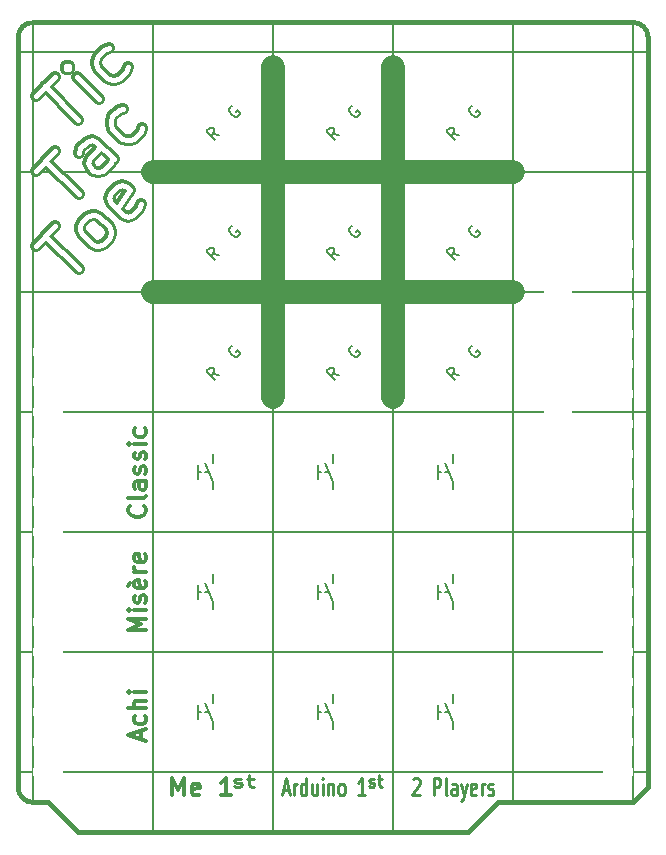
<source format=gbr>
G04 #@! TF.FileFunction,Legend,Top*
%FSLAX46Y46*%
G04 Gerber Fmt 4.6, Leading zero omitted, Abs format (unit mm)*
G04 Created by KiCad (PCBNEW 4.0.5) date 02/22/17 23:16:55*
%MOMM*%
%LPD*%
G01*
G04 APERTURE LIST*
%ADD10C,0.100000*%
%ADD11C,0.300000*%
%ADD12C,0.250000*%
%ADD13C,1.000000*%
%ADD14C,0.200000*%
%ADD15C,2.000000*%
%ADD16C,0.150000*%
%ADD17C,0.381000*%
%ADD18C,0.400000*%
%ADD19C,2.400000*%
%ADD20C,2.000000*%
%ADD21O,2.599640X1.924000*%
%ADD22O,2.597100X1.924000*%
G04 APERTURE END LIST*
D10*
D11*
X59940000Y-124209714D02*
X59940000Y-123495428D01*
X60368571Y-124352571D02*
X58868571Y-123852571D01*
X60368571Y-123352571D01*
X60297143Y-122209714D02*
X60368571Y-122352571D01*
X60368571Y-122638285D01*
X60297143Y-122781143D01*
X60225714Y-122852571D01*
X60082857Y-122924000D01*
X59654286Y-122924000D01*
X59511429Y-122852571D01*
X59440000Y-122781143D01*
X59368571Y-122638285D01*
X59368571Y-122352571D01*
X59440000Y-122209714D01*
X60368571Y-121566857D02*
X58868571Y-121566857D01*
X60368571Y-120924000D02*
X59582857Y-120924000D01*
X59440000Y-120995429D01*
X59368571Y-121138286D01*
X59368571Y-121352571D01*
X59440000Y-121495429D01*
X59511429Y-121566857D01*
X60368571Y-120209714D02*
X59368571Y-120209714D01*
X58868571Y-120209714D02*
X58940000Y-120281143D01*
X59011429Y-120209714D01*
X58940000Y-120138286D01*
X58868571Y-120209714D01*
X59011429Y-120209714D01*
X60368571Y-114974285D02*
X58868571Y-114974285D01*
X59940000Y-114474285D01*
X58868571Y-113974285D01*
X60368571Y-113974285D01*
X60368571Y-113259999D02*
X59368571Y-113259999D01*
X58868571Y-113259999D02*
X58940000Y-113331428D01*
X59011429Y-113259999D01*
X58940000Y-113188571D01*
X58868571Y-113259999D01*
X59011429Y-113259999D01*
X60297143Y-112617142D02*
X60368571Y-112474285D01*
X60368571Y-112188570D01*
X60297143Y-112045713D01*
X60154286Y-111974285D01*
X60082857Y-111974285D01*
X59940000Y-112045713D01*
X59868571Y-112188570D01*
X59868571Y-112402856D01*
X59797143Y-112545713D01*
X59654286Y-112617142D01*
X59582857Y-112617142D01*
X59440000Y-112545713D01*
X59368571Y-112402856D01*
X59368571Y-112188570D01*
X59440000Y-112045713D01*
X60297143Y-110759999D02*
X60368571Y-110902856D01*
X60368571Y-111188570D01*
X60297143Y-111331427D01*
X60154286Y-111402856D01*
X59582857Y-111402856D01*
X59440000Y-111331427D01*
X59368571Y-111188570D01*
X59368571Y-110902856D01*
X59440000Y-110759999D01*
X59582857Y-110688570D01*
X59725714Y-110688570D01*
X59868571Y-111402856D01*
X58797143Y-111188570D02*
X59011429Y-110974284D01*
X60368571Y-110045713D02*
X59368571Y-110045713D01*
X59654286Y-110045713D02*
X59511429Y-109974285D01*
X59440000Y-109902856D01*
X59368571Y-109759999D01*
X59368571Y-109617142D01*
X60297143Y-108545714D02*
X60368571Y-108688571D01*
X60368571Y-108974285D01*
X60297143Y-109117142D01*
X60154286Y-109188571D01*
X59582857Y-109188571D01*
X59440000Y-109117142D01*
X59368571Y-108974285D01*
X59368571Y-108688571D01*
X59440000Y-108545714D01*
X59582857Y-108474285D01*
X59725714Y-108474285D01*
X59868571Y-109188571D01*
X60225714Y-104421428D02*
X60297143Y-104492857D01*
X60368571Y-104707143D01*
X60368571Y-104850000D01*
X60297143Y-105064285D01*
X60154286Y-105207143D01*
X60011429Y-105278571D01*
X59725714Y-105350000D01*
X59511429Y-105350000D01*
X59225714Y-105278571D01*
X59082857Y-105207143D01*
X58940000Y-105064285D01*
X58868571Y-104850000D01*
X58868571Y-104707143D01*
X58940000Y-104492857D01*
X59011429Y-104421428D01*
X60368571Y-103564285D02*
X60297143Y-103707143D01*
X60154286Y-103778571D01*
X58868571Y-103778571D01*
X60368571Y-102350000D02*
X59582857Y-102350000D01*
X59440000Y-102421429D01*
X59368571Y-102564286D01*
X59368571Y-102850000D01*
X59440000Y-102992857D01*
X60297143Y-102350000D02*
X60368571Y-102492857D01*
X60368571Y-102850000D01*
X60297143Y-102992857D01*
X60154286Y-103064286D01*
X60011429Y-103064286D01*
X59868571Y-102992857D01*
X59797143Y-102850000D01*
X59797143Y-102492857D01*
X59725714Y-102350000D01*
X60297143Y-101707143D02*
X60368571Y-101564286D01*
X60368571Y-101278571D01*
X60297143Y-101135714D01*
X60154286Y-101064286D01*
X60082857Y-101064286D01*
X59940000Y-101135714D01*
X59868571Y-101278571D01*
X59868571Y-101492857D01*
X59797143Y-101635714D01*
X59654286Y-101707143D01*
X59582857Y-101707143D01*
X59440000Y-101635714D01*
X59368571Y-101492857D01*
X59368571Y-101278571D01*
X59440000Y-101135714D01*
X60297143Y-100492857D02*
X60368571Y-100350000D01*
X60368571Y-100064285D01*
X60297143Y-99921428D01*
X60154286Y-99850000D01*
X60082857Y-99850000D01*
X59940000Y-99921428D01*
X59868571Y-100064285D01*
X59868571Y-100278571D01*
X59797143Y-100421428D01*
X59654286Y-100492857D01*
X59582857Y-100492857D01*
X59440000Y-100421428D01*
X59368571Y-100278571D01*
X59368571Y-100064285D01*
X59440000Y-99921428D01*
X60368571Y-99207142D02*
X59368571Y-99207142D01*
X58868571Y-99207142D02*
X58940000Y-99278571D01*
X59011429Y-99207142D01*
X58940000Y-99135714D01*
X58868571Y-99207142D01*
X59011429Y-99207142D01*
X60297143Y-97849999D02*
X60368571Y-97992856D01*
X60368571Y-98278570D01*
X60297143Y-98421428D01*
X60225714Y-98492856D01*
X60082857Y-98564285D01*
X59654286Y-98564285D01*
X59511429Y-98492856D01*
X59440000Y-98421428D01*
X59368571Y-98278570D01*
X59368571Y-97992856D01*
X59440000Y-97849999D01*
D12*
X71985619Y-128520000D02*
X72461810Y-128520000D01*
X71890381Y-128948571D02*
X72223714Y-127448571D01*
X72557048Y-128948571D01*
X72890381Y-128948571D02*
X72890381Y-127948571D01*
X72890381Y-128234286D02*
X72938000Y-128091429D01*
X72985619Y-128020000D01*
X73080857Y-127948571D01*
X73176096Y-127948571D01*
X73938001Y-128948571D02*
X73938001Y-127448571D01*
X73938001Y-128877143D02*
X73842763Y-128948571D01*
X73652286Y-128948571D01*
X73557048Y-128877143D01*
X73509429Y-128805714D01*
X73461810Y-128662857D01*
X73461810Y-128234286D01*
X73509429Y-128091429D01*
X73557048Y-128020000D01*
X73652286Y-127948571D01*
X73842763Y-127948571D01*
X73938001Y-128020000D01*
X74842763Y-127948571D02*
X74842763Y-128948571D01*
X74414191Y-127948571D02*
X74414191Y-128734286D01*
X74461810Y-128877143D01*
X74557048Y-128948571D01*
X74699906Y-128948571D01*
X74795144Y-128877143D01*
X74842763Y-128805714D01*
X75318953Y-128948571D02*
X75318953Y-127948571D01*
X75318953Y-127448571D02*
X75271334Y-127520000D01*
X75318953Y-127591429D01*
X75366572Y-127520000D01*
X75318953Y-127448571D01*
X75318953Y-127591429D01*
X75795143Y-127948571D02*
X75795143Y-128948571D01*
X75795143Y-128091429D02*
X75842762Y-128020000D01*
X75938000Y-127948571D01*
X76080858Y-127948571D01*
X76176096Y-128020000D01*
X76223715Y-128162857D01*
X76223715Y-128948571D01*
X76842762Y-128948571D02*
X76747524Y-128877143D01*
X76699905Y-128805714D01*
X76652286Y-128662857D01*
X76652286Y-128234286D01*
X76699905Y-128091429D01*
X76747524Y-128020000D01*
X76842762Y-127948571D01*
X76985620Y-127948571D01*
X77080858Y-128020000D01*
X77128477Y-128091429D01*
X77176096Y-128234286D01*
X77176096Y-128662857D01*
X77128477Y-128805714D01*
X77080858Y-128877143D01*
X76985620Y-128948571D01*
X76842762Y-128948571D01*
X78890382Y-128948571D02*
X78318953Y-128948571D01*
X78604667Y-128948571D02*
X78604667Y-127448571D01*
X78509429Y-127662857D01*
X78414191Y-127805714D01*
X78318953Y-127877143D01*
X67830000Y-128166762D02*
X67972857Y-128214381D01*
X68258572Y-128214381D01*
X68401429Y-128166762D01*
X68472857Y-128071524D01*
X68472857Y-128023905D01*
X68401429Y-127928667D01*
X68258572Y-127881048D01*
X68044286Y-127881048D01*
X67901429Y-127833429D01*
X67830000Y-127738190D01*
X67830000Y-127690571D01*
X67901429Y-127595333D01*
X68044286Y-127547714D01*
X68258572Y-127547714D01*
X68401429Y-127595333D01*
X68901429Y-127547714D02*
X69472858Y-127547714D01*
X69115715Y-127214381D02*
X69115715Y-128071524D01*
X69187143Y-128166762D01*
X69330001Y-128214381D01*
X69472858Y-128214381D01*
X79256000Y-128166762D02*
X79351238Y-128214381D01*
X79541714Y-128214381D01*
X79636953Y-128166762D01*
X79684572Y-128071524D01*
X79684572Y-128023905D01*
X79636953Y-127928667D01*
X79541714Y-127881048D01*
X79398857Y-127881048D01*
X79303619Y-127833429D01*
X79256000Y-127738190D01*
X79256000Y-127690571D01*
X79303619Y-127595333D01*
X79398857Y-127547714D01*
X79541714Y-127547714D01*
X79636953Y-127595333D01*
X79970286Y-127547714D02*
X80351238Y-127547714D01*
X80113143Y-127214381D02*
X80113143Y-128071524D01*
X80160762Y-128166762D01*
X80256000Y-128214381D01*
X80351238Y-128214381D01*
X82955237Y-127591429D02*
X83002856Y-127520000D01*
X83098094Y-127448571D01*
X83336190Y-127448571D01*
X83431428Y-127520000D01*
X83479047Y-127591429D01*
X83526666Y-127734286D01*
X83526666Y-127877143D01*
X83479047Y-128091429D01*
X82907618Y-128948571D01*
X83526666Y-128948571D01*
X84717142Y-128948571D02*
X84717142Y-127448571D01*
X85098095Y-127448571D01*
X85193333Y-127520000D01*
X85240952Y-127591429D01*
X85288571Y-127734286D01*
X85288571Y-127948571D01*
X85240952Y-128091429D01*
X85193333Y-128162857D01*
X85098095Y-128234286D01*
X84717142Y-128234286D01*
X85859999Y-128948571D02*
X85764761Y-128877143D01*
X85717142Y-128734286D01*
X85717142Y-127448571D01*
X86669524Y-128948571D02*
X86669524Y-128162857D01*
X86621905Y-128020000D01*
X86526667Y-127948571D01*
X86336190Y-127948571D01*
X86240952Y-128020000D01*
X86669524Y-128877143D02*
X86574286Y-128948571D01*
X86336190Y-128948571D01*
X86240952Y-128877143D01*
X86193333Y-128734286D01*
X86193333Y-128591429D01*
X86240952Y-128448571D01*
X86336190Y-128377143D01*
X86574286Y-128377143D01*
X86669524Y-128305714D01*
X87050476Y-127948571D02*
X87288571Y-128948571D01*
X87526667Y-127948571D02*
X87288571Y-128948571D01*
X87193333Y-129305714D01*
X87145714Y-129377143D01*
X87050476Y-129448571D01*
X88288572Y-128877143D02*
X88193334Y-128948571D01*
X88002857Y-128948571D01*
X87907619Y-128877143D01*
X87860000Y-128734286D01*
X87860000Y-128162857D01*
X87907619Y-128020000D01*
X88002857Y-127948571D01*
X88193334Y-127948571D01*
X88288572Y-128020000D01*
X88336191Y-128162857D01*
X88336191Y-128305714D01*
X87860000Y-128448571D01*
X88764762Y-128948571D02*
X88764762Y-127948571D01*
X88764762Y-128234286D02*
X88812381Y-128091429D01*
X88860000Y-128020000D01*
X88955238Y-127948571D01*
X89050477Y-127948571D01*
X89336191Y-128877143D02*
X89431429Y-128948571D01*
X89621905Y-128948571D01*
X89717144Y-128877143D01*
X89764763Y-128734286D01*
X89764763Y-128662857D01*
X89717144Y-128520000D01*
X89621905Y-128448571D01*
X89479048Y-128448571D01*
X89383810Y-128377143D01*
X89336191Y-128234286D01*
X89336191Y-128162857D01*
X89383810Y-128020000D01*
X89479048Y-127948571D01*
X89621905Y-127948571D01*
X89717144Y-128020000D01*
D11*
X62595429Y-128948571D02*
X62595429Y-127448571D01*
X63095429Y-128520000D01*
X63595429Y-127448571D01*
X63595429Y-128948571D01*
X64881143Y-128877143D02*
X64738286Y-128948571D01*
X64452572Y-128948571D01*
X64309715Y-128877143D01*
X64238286Y-128734286D01*
X64238286Y-128162857D01*
X64309715Y-128020000D01*
X64452572Y-127948571D01*
X64738286Y-127948571D01*
X64881143Y-128020000D01*
X64952572Y-128162857D01*
X64952572Y-128305714D01*
X64238286Y-128448571D01*
X67524000Y-128948571D02*
X66666857Y-128948571D01*
X67095429Y-128948571D02*
X67095429Y-127448571D01*
X66952572Y-127662857D01*
X66809714Y-127805714D01*
X66666857Y-127877143D01*
D13*
X51031268Y-82395931D02*
X52647512Y-80779687D01*
X54667817Y-84416236D02*
X51839390Y-81587809D01*
X56822810Y-82261244D02*
X56418748Y-82395931D01*
X56149374Y-82395931D01*
X55745313Y-82261244D01*
X54937191Y-81453122D01*
X54802504Y-81049061D01*
X54802504Y-80779687D01*
X54937191Y-80375626D01*
X55341252Y-79971565D01*
X55745312Y-79836878D01*
X56014688Y-79836878D01*
X56418748Y-79971565D01*
X57226870Y-80779687D01*
X57361557Y-81183747D01*
X57361557Y-81453123D01*
X57226870Y-81857183D01*
X56822810Y-82261244D01*
X59920610Y-78894069D02*
X59785924Y-79298130D01*
X59247175Y-79836878D01*
X58843115Y-79971565D01*
X58439053Y-79836877D01*
X57361558Y-78759382D01*
X57226870Y-78355320D01*
X57361557Y-77951260D01*
X57900305Y-77412512D01*
X58304366Y-77277825D01*
X58708428Y-77412512D01*
X58977802Y-77681885D01*
X57900305Y-79298129D01*
X51031268Y-76045931D02*
X52647512Y-74429687D01*
X54667817Y-78066236D02*
X51839390Y-75237809D01*
X57630931Y-75103122D02*
X56149374Y-73621565D01*
X55745312Y-73486878D01*
X55341252Y-73621565D01*
X54802504Y-74160313D01*
X54667817Y-74564374D01*
X57496245Y-74968435D02*
X57361557Y-75372496D01*
X56688122Y-76045931D01*
X56284061Y-76180618D01*
X55880000Y-76045931D01*
X55610626Y-75776557D01*
X55475939Y-75372496D01*
X55610626Y-74968435D01*
X56284061Y-74295000D01*
X56418748Y-73890939D01*
X60055298Y-72409382D02*
X59920610Y-72813443D01*
X59381863Y-73352190D01*
X58977802Y-73486878D01*
X58708427Y-73486877D01*
X58304367Y-73352190D01*
X57496245Y-72544069D01*
X57361558Y-72140008D01*
X57361557Y-71870633D01*
X57496245Y-71466572D01*
X58034992Y-70927825D01*
X58439053Y-70793137D01*
X51002359Y-69724840D02*
X52618604Y-68108595D01*
X54638909Y-71745144D02*
X51810482Y-68916717D01*
X56389840Y-69994214D02*
X54504222Y-68108595D01*
X53561413Y-67165786D02*
X53561413Y-67435160D01*
X53830786Y-67435160D01*
X53830786Y-67165786D01*
X53561413Y-67165786D01*
X53830786Y-67435160D01*
X58814206Y-67300473D02*
X58679519Y-67704535D01*
X58140771Y-68243282D01*
X57736710Y-68377970D01*
X57467335Y-68377969D01*
X57063275Y-68243282D01*
X56255153Y-67435160D01*
X56120466Y-67031100D01*
X56120465Y-66761725D01*
X56255153Y-66357664D01*
X56793900Y-65818916D01*
X57197962Y-65684229D01*
D14*
X101600000Y-63500000D02*
X101600000Y-129540000D01*
X91440000Y-63500000D02*
X91440000Y-129540000D01*
X50800000Y-63500000D02*
X50800000Y-129540000D01*
X60960000Y-63500000D02*
X60960000Y-132080000D01*
X71120000Y-63500000D02*
X71120000Y-132080000D01*
X81280000Y-63500000D02*
X81280000Y-132080000D01*
X49530000Y-127000000D02*
X102870000Y-127000000D01*
X49530000Y-96520000D02*
X102870000Y-96520000D01*
X49530000Y-106680000D02*
X102870000Y-106680000D01*
X49530000Y-116840000D02*
X102870000Y-116840000D01*
X49530000Y-66040000D02*
X102870000Y-66040000D01*
X49530000Y-86360000D02*
X102870000Y-86360000D01*
X49530000Y-76200000D02*
X102870000Y-76200000D01*
D15*
X91440000Y-86360000D02*
X60960000Y-86360000D01*
X91440000Y-76200000D02*
X60960000Y-76200000D01*
X81280000Y-67310000D02*
X81280000Y-95250000D01*
X71120000Y-67310000D02*
X71120000Y-95250000D01*
D16*
X102870000Y-128270000D02*
X102870000Y-64770000D01*
X49530000Y-64770000D02*
X49530000Y-128270000D01*
X54610000Y-132080000D02*
X87630000Y-132080000D01*
X54610000Y-132080000D02*
X52070000Y-129540000D01*
X52070000Y-129540000D02*
X50800000Y-129540000D01*
X101600000Y-129540000D02*
X90170000Y-129540000D01*
X90170000Y-129540000D02*
X87630000Y-132080000D01*
X102870000Y-128270000D02*
X101600000Y-129540000D01*
X102870000Y-64770000D02*
G75*
G03X101600000Y-63500000I-1270000J0D01*
G01*
X50800000Y-63500000D02*
X101600000Y-63500000D01*
X50800000Y-63500000D02*
G75*
G03X49530000Y-64770000I0J-1270000D01*
G01*
X49530000Y-128270000D02*
G75*
G03X50800000Y-129540000I1270000J0D01*
G01*
D14*
X75200000Y-101600000D02*
X74900000Y-101600000D01*
X75500000Y-101600000D02*
X75800000Y-101600000D01*
X74900000Y-102200000D02*
X74900000Y-101000000D01*
X76200000Y-102400000D02*
X75500000Y-100800000D01*
X76200000Y-100000000D02*
X76200000Y-100800000D01*
X76200000Y-103200000D02*
X76200000Y-102400000D01*
X65040000Y-101600000D02*
X64740000Y-101600000D01*
X65340000Y-101600000D02*
X65640000Y-101600000D01*
X64740000Y-102200000D02*
X64740000Y-101000000D01*
X66040000Y-102400000D02*
X65340000Y-100800000D01*
X66040000Y-100000000D02*
X66040000Y-100800000D01*
X66040000Y-103200000D02*
X66040000Y-102400000D01*
X85360000Y-101600000D02*
X85060000Y-101600000D01*
X85660000Y-101600000D02*
X85960000Y-101600000D01*
X85060000Y-102200000D02*
X85060000Y-101000000D01*
X86360000Y-102400000D02*
X85660000Y-100800000D01*
X86360000Y-100000000D02*
X86360000Y-100800000D01*
X86360000Y-103200000D02*
X86360000Y-102400000D01*
X65040000Y-111760000D02*
X64740000Y-111760000D01*
X65340000Y-111760000D02*
X65640000Y-111760000D01*
X64740000Y-112360000D02*
X64740000Y-111160000D01*
X66040000Y-112560000D02*
X65340000Y-110960000D01*
X66040000Y-110160000D02*
X66040000Y-110960000D01*
X66040000Y-113360000D02*
X66040000Y-112560000D01*
X75200000Y-111760000D02*
X74900000Y-111760000D01*
X75500000Y-111760000D02*
X75800000Y-111760000D01*
X74900000Y-112360000D02*
X74900000Y-111160000D01*
X76200000Y-112560000D02*
X75500000Y-110960000D01*
X76200000Y-110160000D02*
X76200000Y-110960000D01*
X76200000Y-113360000D02*
X76200000Y-112560000D01*
X85360000Y-111760000D02*
X85060000Y-111760000D01*
X85660000Y-111760000D02*
X85960000Y-111760000D01*
X85060000Y-112360000D02*
X85060000Y-111160000D01*
X86360000Y-112560000D02*
X85660000Y-110960000D01*
X86360000Y-110160000D02*
X86360000Y-110960000D01*
X86360000Y-113360000D02*
X86360000Y-112560000D01*
X65040000Y-121920000D02*
X64740000Y-121920000D01*
X65340000Y-121920000D02*
X65640000Y-121920000D01*
X64740000Y-122520000D02*
X64740000Y-121320000D01*
X66040000Y-122720000D02*
X65340000Y-121120000D01*
X66040000Y-120320000D02*
X66040000Y-121120000D01*
X66040000Y-123520000D02*
X66040000Y-122720000D01*
X75200000Y-121920000D02*
X74900000Y-121920000D01*
X75500000Y-121920000D02*
X75800000Y-121920000D01*
X74900000Y-122520000D02*
X74900000Y-121320000D01*
X76200000Y-122720000D02*
X75500000Y-121120000D01*
X76200000Y-120320000D02*
X76200000Y-121120000D01*
X76200000Y-123520000D02*
X76200000Y-122720000D01*
X85360000Y-121920000D02*
X85060000Y-121920000D01*
X85660000Y-121920000D02*
X85960000Y-121920000D01*
X85060000Y-122520000D02*
X85060000Y-121320000D01*
X86360000Y-122720000D02*
X85660000Y-121120000D01*
X86360000Y-120320000D02*
X86360000Y-121120000D01*
X86360000Y-123520000D02*
X86360000Y-122720000D01*
D17*
X102870000Y-128270000D02*
X102870000Y-64770000D01*
X49530000Y-64770000D02*
X49530000Y-128270000D01*
X54610000Y-132080000D02*
X87630000Y-132080000D01*
X54610000Y-132080000D02*
X52070000Y-129540000D01*
X52070000Y-129540000D02*
X50800000Y-129540000D01*
X101600000Y-129540000D02*
X90170000Y-129540000D01*
X90170000Y-129540000D02*
X87630000Y-132080000D01*
X102870000Y-128270000D02*
X101600000Y-129540000D01*
X102870000Y-64770000D02*
G75*
G03X101600000Y-63500000I-1270000J0D01*
G01*
X50800000Y-63500000D02*
X101600000Y-63500000D01*
X50800000Y-63500000D02*
G75*
G03X49530000Y-64770000I0J-1270000D01*
G01*
X49530000Y-128270000D02*
G75*
G03X50800000Y-129540000I1270000J0D01*
G01*
D16*
X67667692Y-70581252D02*
X67566677Y-70614924D01*
X67465662Y-70715939D01*
X67398318Y-70850626D01*
X67398318Y-70985313D01*
X67431990Y-71086328D01*
X67533005Y-71254687D01*
X67634021Y-71355703D01*
X67802379Y-71456718D01*
X67903394Y-71490390D01*
X68038081Y-71490390D01*
X68172769Y-71423045D01*
X68240112Y-71355702D01*
X68307456Y-71221015D01*
X68307456Y-71153672D01*
X68071754Y-70917970D01*
X67937067Y-71052657D01*
X66578748Y-73017066D02*
X66006328Y-72916051D01*
X66174687Y-73421127D02*
X65467580Y-72714021D01*
X65736955Y-72444646D01*
X65837970Y-72410975D01*
X65905313Y-72410975D01*
X66006328Y-72444646D01*
X66107343Y-72545661D01*
X66141015Y-72646677D01*
X66141015Y-72714020D01*
X66107343Y-72815035D01*
X65837969Y-73084410D01*
X77827692Y-70581252D02*
X77726677Y-70614924D01*
X77625662Y-70715939D01*
X77558318Y-70850626D01*
X77558318Y-70985313D01*
X77591990Y-71086328D01*
X77693005Y-71254687D01*
X77794021Y-71355703D01*
X77962379Y-71456718D01*
X78063394Y-71490390D01*
X78198081Y-71490390D01*
X78332769Y-71423045D01*
X78400112Y-71355702D01*
X78467456Y-71221015D01*
X78467456Y-71153672D01*
X78231754Y-70917970D01*
X78097067Y-71052657D01*
X76738748Y-73017066D02*
X76166328Y-72916051D01*
X76334687Y-73421127D02*
X75627580Y-72714021D01*
X75896955Y-72444646D01*
X75997970Y-72410975D01*
X76065313Y-72410975D01*
X76166328Y-72444646D01*
X76267343Y-72545661D01*
X76301015Y-72646677D01*
X76301015Y-72714020D01*
X76267343Y-72815035D01*
X75997969Y-73084410D01*
X87987692Y-70581252D02*
X87886677Y-70614924D01*
X87785662Y-70715939D01*
X87718318Y-70850626D01*
X87718318Y-70985313D01*
X87751990Y-71086328D01*
X87853005Y-71254687D01*
X87954021Y-71355703D01*
X88122379Y-71456718D01*
X88223394Y-71490390D01*
X88358081Y-71490390D01*
X88492769Y-71423045D01*
X88560112Y-71355702D01*
X88627456Y-71221015D01*
X88627456Y-71153672D01*
X88391754Y-70917970D01*
X88257067Y-71052657D01*
X86898748Y-73017066D02*
X86326328Y-72916051D01*
X86494687Y-73421127D02*
X85787580Y-72714021D01*
X86056955Y-72444646D01*
X86157970Y-72410975D01*
X86225313Y-72410975D01*
X86326328Y-72444646D01*
X86427343Y-72545661D01*
X86461015Y-72646677D01*
X86461015Y-72714020D01*
X86427343Y-72815035D01*
X86157969Y-73084410D01*
X67667692Y-80741252D02*
X67566677Y-80774924D01*
X67465662Y-80875939D01*
X67398318Y-81010626D01*
X67398318Y-81145313D01*
X67431990Y-81246328D01*
X67533005Y-81414687D01*
X67634021Y-81515703D01*
X67802379Y-81616718D01*
X67903394Y-81650390D01*
X68038081Y-81650390D01*
X68172769Y-81583045D01*
X68240112Y-81515702D01*
X68307456Y-81381015D01*
X68307456Y-81313672D01*
X68071754Y-81077970D01*
X67937067Y-81212657D01*
X66578748Y-83177066D02*
X66006328Y-83076051D01*
X66174687Y-83581127D02*
X65467580Y-82874021D01*
X65736955Y-82604646D01*
X65837970Y-82570975D01*
X65905313Y-82570975D01*
X66006328Y-82604646D01*
X66107343Y-82705661D01*
X66141015Y-82806677D01*
X66141015Y-82874020D01*
X66107343Y-82975035D01*
X65837969Y-83244410D01*
X77827692Y-80741252D02*
X77726677Y-80774924D01*
X77625662Y-80875939D01*
X77558318Y-81010626D01*
X77558318Y-81145313D01*
X77591990Y-81246328D01*
X77693005Y-81414687D01*
X77794021Y-81515703D01*
X77962379Y-81616718D01*
X78063394Y-81650390D01*
X78198081Y-81650390D01*
X78332769Y-81583045D01*
X78400112Y-81515702D01*
X78467456Y-81381015D01*
X78467456Y-81313672D01*
X78231754Y-81077970D01*
X78097067Y-81212657D01*
X76738748Y-83177066D02*
X76166328Y-83076051D01*
X76334687Y-83581127D02*
X75627580Y-82874021D01*
X75896955Y-82604646D01*
X75997970Y-82570975D01*
X76065313Y-82570975D01*
X76166328Y-82604646D01*
X76267343Y-82705661D01*
X76301015Y-82806677D01*
X76301015Y-82874020D01*
X76267343Y-82975035D01*
X75997969Y-83244410D01*
X87987692Y-80741252D02*
X87886677Y-80774924D01*
X87785662Y-80875939D01*
X87718318Y-81010626D01*
X87718318Y-81145313D01*
X87751990Y-81246328D01*
X87853005Y-81414687D01*
X87954021Y-81515703D01*
X88122379Y-81616718D01*
X88223394Y-81650390D01*
X88358081Y-81650390D01*
X88492769Y-81583045D01*
X88560112Y-81515702D01*
X88627456Y-81381015D01*
X88627456Y-81313672D01*
X88391754Y-81077970D01*
X88257067Y-81212657D01*
X86898748Y-83177066D02*
X86326328Y-83076051D01*
X86494687Y-83581127D02*
X85787580Y-82874021D01*
X86056955Y-82604646D01*
X86157970Y-82570975D01*
X86225313Y-82570975D01*
X86326328Y-82604646D01*
X86427343Y-82705661D01*
X86461015Y-82806677D01*
X86461015Y-82874020D01*
X86427343Y-82975035D01*
X86157969Y-83244410D01*
X67667692Y-90901252D02*
X67566677Y-90934924D01*
X67465662Y-91035939D01*
X67398318Y-91170626D01*
X67398318Y-91305313D01*
X67431990Y-91406328D01*
X67533005Y-91574687D01*
X67634021Y-91675703D01*
X67802379Y-91776718D01*
X67903394Y-91810390D01*
X68038081Y-91810390D01*
X68172769Y-91743045D01*
X68240112Y-91675702D01*
X68307456Y-91541015D01*
X68307456Y-91473672D01*
X68071754Y-91237970D01*
X67937067Y-91372657D01*
X66578748Y-93337066D02*
X66006328Y-93236051D01*
X66174687Y-93741127D02*
X65467580Y-93034021D01*
X65736955Y-92764646D01*
X65837970Y-92730975D01*
X65905313Y-92730975D01*
X66006328Y-92764646D01*
X66107343Y-92865661D01*
X66141015Y-92966677D01*
X66141015Y-93034020D01*
X66107343Y-93135035D01*
X65837969Y-93404410D01*
X77827692Y-90901252D02*
X77726677Y-90934924D01*
X77625662Y-91035939D01*
X77558318Y-91170626D01*
X77558318Y-91305313D01*
X77591990Y-91406328D01*
X77693005Y-91574687D01*
X77794021Y-91675703D01*
X77962379Y-91776718D01*
X78063394Y-91810390D01*
X78198081Y-91810390D01*
X78332769Y-91743045D01*
X78400112Y-91675702D01*
X78467456Y-91541015D01*
X78467456Y-91473672D01*
X78231754Y-91237970D01*
X78097067Y-91372657D01*
X76738748Y-93337066D02*
X76166328Y-93236051D01*
X76334687Y-93741127D02*
X75627580Y-93034021D01*
X75896955Y-92764646D01*
X75997970Y-92730975D01*
X76065313Y-92730975D01*
X76166328Y-92764646D01*
X76267343Y-92865661D01*
X76301015Y-92966677D01*
X76301015Y-93034020D01*
X76267343Y-93135035D01*
X75997969Y-93404410D01*
X87987692Y-90901252D02*
X87886677Y-90934924D01*
X87785662Y-91035939D01*
X87718318Y-91170626D01*
X87718318Y-91305313D01*
X87751990Y-91406328D01*
X87853005Y-91574687D01*
X87954021Y-91675703D01*
X88122379Y-91776718D01*
X88223394Y-91810390D01*
X88358081Y-91810390D01*
X88492769Y-91743045D01*
X88560112Y-91675702D01*
X88627456Y-91541015D01*
X88627456Y-91473672D01*
X88391754Y-91237970D01*
X88257067Y-91372657D01*
X86898748Y-93337066D02*
X86326328Y-93236051D01*
X86494687Y-93741127D02*
X85787580Y-93034021D01*
X86056955Y-92764646D01*
X86157970Y-92730975D01*
X86225313Y-92730975D01*
X86326328Y-92764646D01*
X86427343Y-92865661D01*
X86461015Y-92966677D01*
X86461015Y-93034020D01*
X86427343Y-93135035D01*
X86157969Y-93404410D01*
%LPC*%
D11*
X30230144Y-95166571D02*
X29730144Y-94452286D01*
X29373001Y-95166571D02*
X29373001Y-93666571D01*
X29944429Y-93666571D01*
X30087287Y-93738000D01*
X30158715Y-93809429D01*
X30230144Y-93952286D01*
X30230144Y-94166571D01*
X30158715Y-94309429D01*
X30087287Y-94380857D01*
X29944429Y-94452286D01*
X29373001Y-94452286D01*
X31444429Y-95095143D02*
X31301572Y-95166571D01*
X31015858Y-95166571D01*
X30873001Y-95095143D01*
X30801572Y-94952286D01*
X30801572Y-94380857D01*
X30873001Y-94238000D01*
X31015858Y-94166571D01*
X31301572Y-94166571D01*
X31444429Y-94238000D01*
X31515858Y-94380857D01*
X31515858Y-94523714D01*
X30801572Y-94666571D01*
X32015858Y-94166571D02*
X32373001Y-95166571D01*
X32730143Y-94166571D01*
X33230143Y-94738000D02*
X33944429Y-94738000D01*
X33087286Y-95166571D02*
X33587286Y-93666571D01*
X34087286Y-95166571D01*
D18*
X51031268Y-82395931D02*
X52647512Y-80779687D01*
X54667817Y-84416236D02*
X51839390Y-81587809D01*
X56822810Y-82261244D02*
X56418748Y-82395931D01*
X56149374Y-82395931D01*
X55745313Y-82261244D01*
X54937191Y-81453122D01*
X54802504Y-81049061D01*
X54802504Y-80779687D01*
X54937191Y-80375626D01*
X55341252Y-79971565D01*
X55745312Y-79836878D01*
X56014688Y-79836878D01*
X56418748Y-79971565D01*
X57226870Y-80779687D01*
X57361557Y-81183747D01*
X57361557Y-81453123D01*
X57226870Y-81857183D01*
X56822810Y-82261244D01*
X59920610Y-78894069D02*
X59785924Y-79298130D01*
X59247175Y-79836878D01*
X58843115Y-79971565D01*
X58439053Y-79836877D01*
X57361558Y-78759382D01*
X57226870Y-78355320D01*
X57361557Y-77951260D01*
X57900305Y-77412512D01*
X58304366Y-77277825D01*
X58708428Y-77412512D01*
X58977802Y-77681885D01*
X57900305Y-79298129D01*
X51031268Y-76045931D02*
X52647512Y-74429687D01*
X54667817Y-78066236D02*
X51839390Y-75237809D01*
X57630931Y-75103122D02*
X56149374Y-73621565D01*
X55745312Y-73486878D01*
X55341252Y-73621565D01*
X54802504Y-74160313D01*
X54667817Y-74564374D01*
X57496245Y-74968435D02*
X57361557Y-75372496D01*
X56688122Y-76045931D01*
X56284061Y-76180618D01*
X55880000Y-76045931D01*
X55610626Y-75776557D01*
X55475939Y-75372496D01*
X55610626Y-74968435D01*
X56284061Y-74295000D01*
X56418748Y-73890939D01*
X60055298Y-72409382D02*
X59920610Y-72813443D01*
X59381863Y-73352190D01*
X58977802Y-73486878D01*
X58708427Y-73486877D01*
X58304367Y-73352190D01*
X57496245Y-72544069D01*
X57361558Y-72140008D01*
X57361557Y-71870633D01*
X57496245Y-71466572D01*
X58034992Y-70927825D01*
X58439053Y-70793137D01*
X51002359Y-69724840D02*
X52618604Y-68108595D01*
X54638909Y-71745144D02*
X51810482Y-68916717D01*
X56389840Y-69994214D02*
X54504222Y-68108595D01*
X53561413Y-67165786D02*
X53561413Y-67435160D01*
X53830786Y-67435160D01*
X53830786Y-67165786D01*
X53561413Y-67165786D01*
X53830786Y-67435160D01*
X58814206Y-67300473D02*
X58679519Y-67704535D01*
X58140771Y-68243282D01*
X57736710Y-68377970D01*
X57467335Y-68377969D01*
X57063275Y-68243282D01*
X56255153Y-67435160D01*
X56120466Y-67031100D01*
X56120465Y-66761725D01*
X56255153Y-66357664D01*
X56793900Y-65818916D01*
X57197962Y-65684229D01*
D19*
X66040000Y-71120000D03*
X64243949Y-72916051D03*
X67836051Y-69323949D03*
X76200000Y-71120000D03*
X74403949Y-72916051D03*
X77996051Y-69323949D03*
X86360000Y-71120000D03*
X84563949Y-72916051D03*
X88156051Y-69323949D03*
X66040000Y-81280000D03*
X64243949Y-83076051D03*
X67836051Y-79483949D03*
X76200000Y-81280000D03*
X74403949Y-83076051D03*
X77996051Y-79483949D03*
X86360000Y-81280000D03*
X84563949Y-83076051D03*
X88156051Y-79483949D03*
X66040000Y-91440000D03*
X64243949Y-93236051D03*
X67836051Y-89643949D03*
X76200000Y-91440000D03*
X74403949Y-93236051D03*
X77996051Y-89643949D03*
X86360000Y-91440000D03*
X84563949Y-93236051D03*
X88156051Y-89643949D03*
X95250000Y-81280000D03*
X95250000Y-71120000D03*
X95250000Y-96520000D03*
X95250000Y-86360000D03*
X95250000Y-111760000D03*
X95250000Y-101600000D03*
X79450000Y-99350000D03*
X72950000Y-103850000D03*
X79450000Y-103850000D03*
X72950000Y-99350000D03*
D20*
X76200000Y-104140000D03*
X76200000Y-99060000D03*
D19*
X69290000Y-99350000D03*
X62790000Y-103850000D03*
X69290000Y-103850000D03*
X62790000Y-99350000D03*
D20*
X66040000Y-104140000D03*
X66040000Y-99060000D03*
D19*
X89610000Y-99350000D03*
X83110000Y-103850000D03*
X89610000Y-103850000D03*
X83110000Y-99350000D03*
D20*
X86360000Y-104140000D03*
X86360000Y-99060000D03*
D19*
X69290000Y-109510000D03*
X62790000Y-114010000D03*
X69290000Y-114010000D03*
X62790000Y-109510000D03*
D20*
X66040000Y-114300000D03*
X66040000Y-109220000D03*
D19*
X79450000Y-109510000D03*
X72950000Y-114010000D03*
X79450000Y-114010000D03*
X72950000Y-109510000D03*
D20*
X76200000Y-114300000D03*
X76200000Y-109220000D03*
D19*
X89610000Y-109510000D03*
X83110000Y-114010000D03*
X89610000Y-114010000D03*
X83110000Y-109510000D03*
D20*
X86360000Y-114300000D03*
X86360000Y-109220000D03*
D19*
X69290000Y-119670000D03*
X62790000Y-124170000D03*
X69290000Y-124170000D03*
X62790000Y-119670000D03*
D20*
X66040000Y-124460000D03*
X66040000Y-119380000D03*
D19*
X79450000Y-119670000D03*
X72950000Y-124170000D03*
X79450000Y-124170000D03*
X72950000Y-119670000D03*
D20*
X76200000Y-124460000D03*
X76200000Y-119380000D03*
D19*
X89610000Y-119670000D03*
X83110000Y-124170000D03*
X89610000Y-124170000D03*
X83110000Y-119670000D03*
D20*
X86360000Y-124460000D03*
X86360000Y-119380000D03*
D21*
X52070000Y-91440000D03*
X52070000Y-93980000D03*
X52070000Y-96520000D03*
X52070000Y-99060000D03*
X52070000Y-101600000D03*
X52070000Y-104140000D03*
X52070000Y-106680000D03*
X52070000Y-109220000D03*
X52070000Y-114300000D03*
X52070000Y-116840000D03*
X52070000Y-119380000D03*
X52070000Y-121920000D03*
X52070000Y-124460000D03*
X52070000Y-127000000D03*
D22*
X100330000Y-127000000D03*
X100330000Y-124460000D03*
X100330000Y-121920000D03*
X100330000Y-119380000D03*
X100330000Y-116840000D03*
X100330000Y-114300000D03*
X100330000Y-111760000D03*
X100330000Y-109220000D03*
X100330000Y-105156000D03*
X100330000Y-102616000D03*
X100330000Y-100076000D03*
X100330000Y-97536000D03*
X100330000Y-94996000D03*
X100330000Y-92456000D03*
X100330000Y-89916000D03*
X100330000Y-87378540D03*
X100330000Y-84836000D03*
X100330000Y-82296000D03*
M02*

</source>
